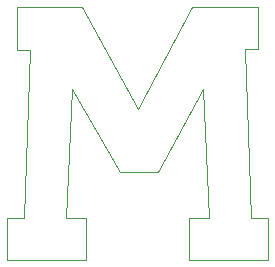
<source format=gbr>
G04 #@! TF.FileFunction,Profile,NP*
%FSLAX46Y46*%
G04 Gerber Fmt 4.6, Leading zero omitted, Abs format (unit mm)*
G04 Created by KiCad (PCBNEW 4.0.7-e2-6376~61~ubuntu18.04.1) date Fri Aug 17 14:34:15 2018*
%MOMM*%
%LPD*%
G01*
G04 APERTURE LIST*
%ADD10C,0.100000*%
G04 APERTURE END LIST*
D10*
X152841699Y-115641150D02*
X152841699Y-112068590D01*
X157885715Y-115641160D02*
X152841699Y-115641150D01*
X159509698Y-115641160D02*
X157885715Y-115641160D01*
X159509698Y-112068160D02*
X159509698Y-115641160D01*
X158064343Y-112068160D02*
X159509698Y-112068160D01*
X157564005Y-97786661D02*
X158064343Y-112068160D01*
X158709698Y-97786661D02*
X157564005Y-97786661D01*
X158709698Y-94213662D02*
X158709698Y-97786661D01*
X157063847Y-94213662D02*
X158709698Y-94213662D01*
X153134037Y-94213652D02*
X157063847Y-94213662D01*
X148511424Y-102859971D02*
X153134037Y-94213652D01*
X143781499Y-94213652D02*
X148511424Y-102859971D01*
X139744511Y-94213662D02*
X143781499Y-94213652D01*
X138241700Y-94213662D02*
X139744511Y-94213662D01*
X138241700Y-97821661D02*
X138241700Y-94213662D01*
X139387255Y-97821661D02*
X138241700Y-97821661D01*
X138887054Y-112068590D02*
X139387255Y-97821661D01*
X137441700Y-112068160D02*
X138887054Y-112068590D01*
X137441700Y-115641160D02*
X137441700Y-112068160D01*
X139101408Y-115641150D02*
X137441700Y-115641160D01*
X144109700Y-115641150D02*
X139101408Y-115641150D01*
X144109700Y-112068590D02*
X144109700Y-115641150D01*
X142459610Y-112068160D02*
X144109700Y-112068590D01*
X142959811Y-101180131D02*
X142459610Y-112068160D01*
X146975225Y-108147360D02*
X142959811Y-101180131D01*
X150226251Y-108147360D02*
X146975225Y-108147360D01*
X153991450Y-101144401D02*
X150226251Y-108147360D01*
X154491699Y-112068590D02*
X153991450Y-101144401D01*
X152841699Y-112068590D02*
X154491699Y-112068590D01*
M02*

</source>
